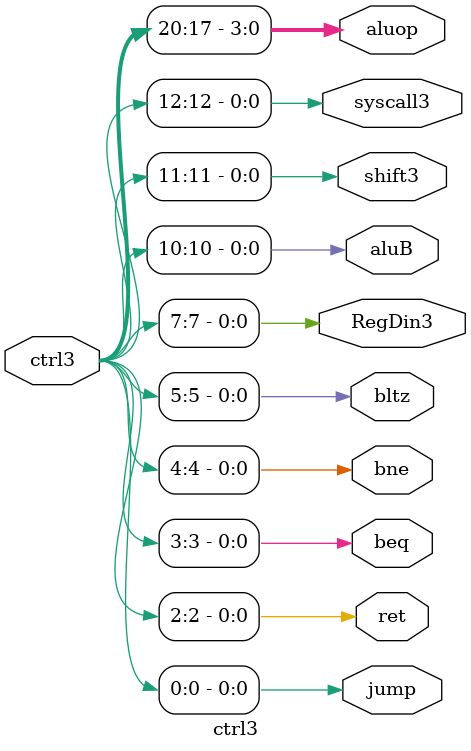
<source format=v>
module ctrl3(
	jump,ret,beq,bne,bltz,
	RegDin3,aluB,shift3,
	syscall3,aluop,
	ctrl3
    );
	input [20:0]ctrl3;
	output jump,ret,beq,bne,bltz;
	output RegDin3,aluB,shift3;
	output syscall3;
	output [3:0]aluop;
	assign jump = ctrl3[0];
	assign ret = ctrl3[2];
	assign beq = ctrl3[3];
	assign bne = ctrl3[4];
	assign bltz = ctrl3[5];
	assign RegDin3 = ctrl3[7];
	assign aluB = ctrl3[10];
	assign shift3 = ctrl3[11];
	assign syscall3 = ctrl3[12];
	assign aluop = ctrl3[20:17];
endmodule

</source>
